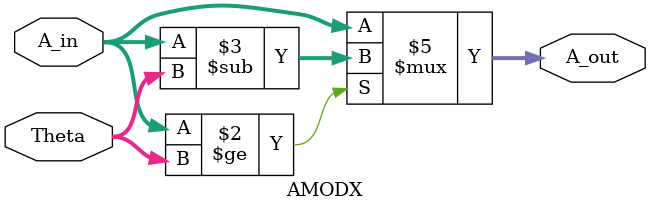
<source format=v>
`timescale 1ns / 1ps

// Create Date: 27.09.2023 15:53:05

// Module Name: AMOD3

// Description: Submodule to perform MOD operation

//////////////////////////////////////////////////////////////////////////////////


module AMODX(
    input [7:0] A_in,
    input [7:0] Theta,
    output reg [7:0] A_out
    );
    
    
    always @ (*) begin
        if (A_in >= Theta) begin
            A_out = A_in - Theta;
        end // if
        else begin
            A_out = A_in;
        end // else
    end //always
endmodule

</source>
